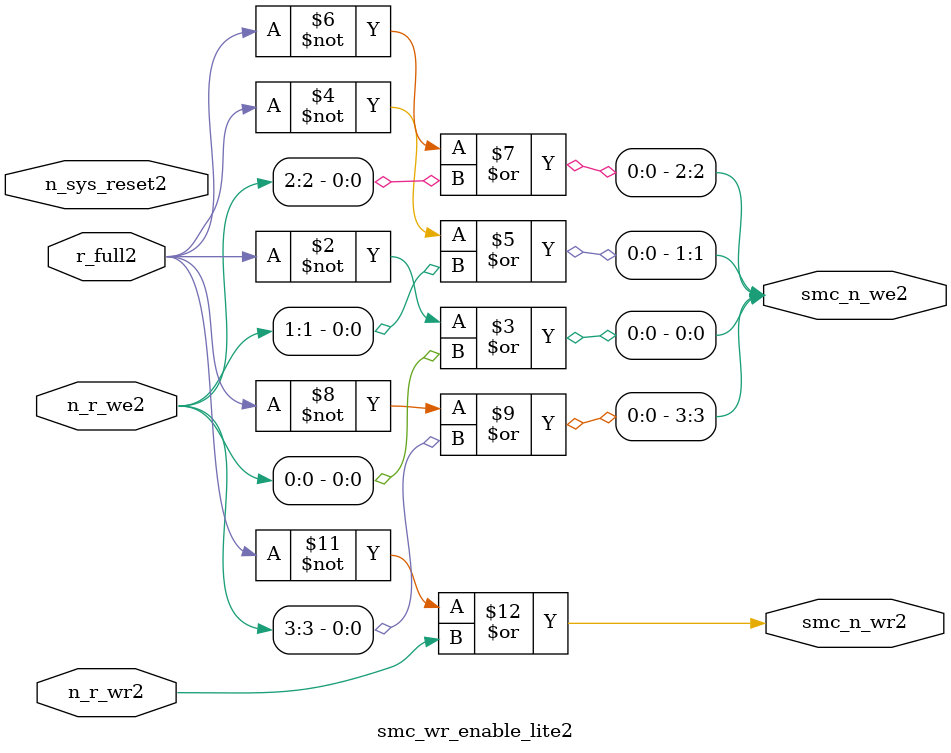
<source format=v>


  module smc_wr_enable_lite2 (

                      //inputs2                      

                      n_sys_reset2,
                      r_full2,
                      n_r_we2,
                      n_r_wr2,

                      //outputs2

                      smc_n_we2,
                      smc_n_wr2);

//I2/O2
   
   input             n_sys_reset2;   //system reset
   input             r_full2;    // Full cycle write strobe2
   input [3:0]       n_r_we2;    //write enable from smc_strobe2
   input             n_r_wr2;    //write strobe2 from smc_strobe2
   output [3:0]      smc_n_we2;  // write enable (active low2)
   output            smc_n_wr2;  // write strobe2 (active low2)
   
   
//output reg declaration2.
   
   reg [3:0]          smc_n_we2;
   reg                smc_n_wr2;

//----------------------------------------------------------------------
// negedge strobes2 with clock2.
//----------------------------------------------------------------------
      

//----------------------------------------------------------------------
      
//--------------------------------------------------------------------
// Gate2 Write strobes2 with clock2.
//--------------------------------------------------------------------

  always @(r_full2 or n_r_we2)
  
  begin
  
     smc_n_we2[0] = ((~r_full2  ) | n_r_we2[0] );

     smc_n_we2[1] = ((~r_full2  ) | n_r_we2[1] );

     smc_n_we2[2] = ((~r_full2  ) | n_r_we2[2] );

     smc_n_we2[3] = ((~r_full2  ) | n_r_we2[3] );

  
  end

//--------------------------------------------------------------------   
//write strobe2 generation2
//--------------------------------------------------------------------   

  always @(n_r_wr2 or r_full2 )
  
     begin
  
        smc_n_wr2 = ((~r_full2 ) | n_r_wr2 );
       
     end

endmodule // smc_wr_enable2


</source>
